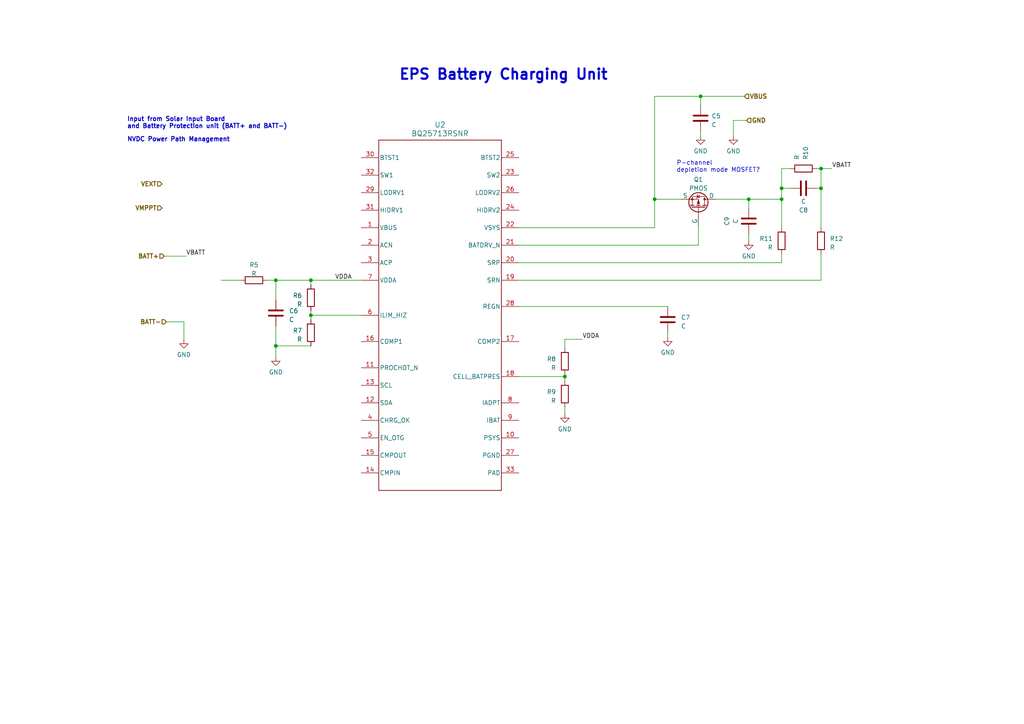
<source format=kicad_sch>
(kicad_sch (version 20230121) (generator eeschema)
  (paper "A4")
  (title_block (title "Battery Charging Unit") (date "2024-07-16") (rev "v1.0") (company "IIT Bombay Student Satellite Program") (comment 1 "Author: Ameya Marakarkandy"))
  (lib_symbols
    (symbol "Batt_Unit_BQ2713:BQ25713RSNR" (pin_names (offset 0.254))
      (property "Reference" "U" (at 0 2.54 0))
      (property "Value" "BQ25713RSNR" (at 0 0 0))
      (symbol "BQ25713RSNR_0_1"
        (polyline (pts (xy -17.78 -50.8) (xy 17.78 -50.8)) (stroke (width 0.2032)))
        (polyline (pts (xy -17.78 50.8) (xy -17.78 -50.8)) (stroke (width 0.2032)))
        (polyline (pts (xy 17.78 -50.8) (xy 17.78 50.8)) (stroke (width 0.2032)))
        (polyline (pts (xy 17.78 50.8) (xy -17.78 50.8)) (stroke (width 0.2032)))
        (pin power_in line (at -22.86 25.4 0) (length 5.08) (name "VBUS") (number "1"))
        (pin output line (at 22.86 -35.56 180) (length 5.08) (name "PSYS") (number "10"))
        (pin open_collector line (at -22.86 -15.24 0) (length 5.08) (name "PROCHOT_N") (number "11"))
        (pin bidirectional line (at -22.86 -25.4 0) (length 5.08) (name "SDA") (number "12"))
        (pin input line (at -22.86 -20.32 0) (length 5.08) (name "SCL") (number "13"))
        (pin input line (at -22.86 -45.72 0) (length 5.08) (name "CMPIN") (number "14"))
        (pin open_collector line (at -22.86 -40.64 0) (length 5.08) (name "CMPOUT") (number "15"))
        (pin input line (at -22.86 -7.62 0) (length 5.08) (name "COMP1") (number "16"))
        (pin input line (at 22.86 -7.62 180) (length 5.08) (name "COMP2") (number "17"))
        (pin input line (at 22.86 -17.78 180) (length 5.08) (name "CELL_BATPRES") (number "18"))
        (pin input line (at 22.86 10.16 180) (length 5.08) (name "SRN") (number "19"))
        (pin input line (at -22.86 20.32 0) (length 5.08) (name "ACN") (number "2"))
        (pin input line (at 22.86 15.24 180) (length 5.08) (name "SRP") (number "20"))
        (pin output line (at 22.86 20.32 180) (length 5.08) (name "BATDRV_N") (number "21"))
        (pin power_in line (at 22.86 25.4 180) (length 5.08) (name "VSYS") (number "22"))
        (pin power_in line (at 22.86 40.64 180) (length 5.08) (name "SW2") (number "23"))
        (pin output line (at 22.86 30.48 180) (length 5.08) (name "HIDRV2") (number "24"))
        (pin power_in line (at 22.86 45.72 180) (length 5.08) (name "BTST2") (number "25"))
        (pin output line (at 22.86 35.56 180) (length 5.08) (name "LODRV2") (number "26"))
        (pin power_in line (at 22.86 -40.64 180) (length 5.08) (name "PGND") (number "27"))
        (pin power_in line (at 22.86 2.54 180) (length 5.08) (name "REGN") (number "28"))
        (pin output line (at -22.86 35.56 0) (length 5.08) (name "LODRV1") (number "29"))
        (pin input line (at -22.86 15.24 0) (length 5.08) (name "ACP") (number "3"))
        (pin power_in line (at -22.86 45.72 0) (length 5.08) (name "BTST1") (number "30"))
        (pin output line (at -22.86 30.48 0) (length 5.08) (name "HIDRV1") (number "31"))
        (pin power_in line (at -22.86 40.64 0) (length 5.08) (name "SW1") (number "32"))
        (pin power_in line (at 22.86 -45.72 180) (length 5.08) (name "PAD") (number "33"))
        (pin open_collector line (at -22.86 -30.48 0) (length 5.08) (name "CHRG_OK") (number "4"))
        (pin input line (at -22.86 -35.56 0) (length 5.08) (name "EN_OTG") (number "5"))
        (pin input line (at -22.86 0 0) (length 5.08) (name "ILIM_HIZ") (number "6"))
        (pin power_in line (at -22.86 10.16 0) (length 5.08) (name "VDDA") (number "7"))
        (pin output line (at 22.86 -25.4 180) (length 5.08) (name "IADPT") (number "8"))
        (pin output line (at 22.86 -30.48 180) (length 5.08) (name "IBAT") (number "9"))
      )
    )
    (symbol "Device:C" (pin_numbers hide) (pin_names (offset 0.254))
      (property "Reference" "C" (at 0.635 2.54 0))
      (property "Value" "C" (at 0.635 -2.54 0))
      (symbol "C_0_1"
        (polyline (pts (xy -2.032 -0.762) (xy 2.032 -0.762)) (stroke (width 0.508)))
        (polyline (pts (xy -2.032 0.762) (xy 2.032 0.762)) (stroke (width 0.508)))
      )
      (symbol "C_1_1"
        (pin passive line (at 0 3.81 270) (length 2.794) (name "~") (number "1"))
        (pin passive line (at 0 -3.81 90) (length 2.794) (name "~") (number "2"))
      )
    )
    (symbol "Device:R" (pin_numbers hide) (pin_names (offset 0))
      (property "Reference" "R" (at 2.032 0 90))
      (property "Value" "R" (at 0 0 90))
      (symbol "R_0_1"
        (rectangle (start -1.016 -2.54) (end 1.016 2.54) (stroke (width 0.254)))
      )
      (symbol "R_1_1"
        (pin passive line (at 0 3.81 270) (length 1.27) (name "~") (number "1"))
        (pin passive line (at 0 -3.81 90) (length 1.27) (name "~") (number "2"))
      )
    )
    (symbol "Simulation_SPICE:PMOS" (pin_numbers hide) (pin_names (offset 0))
      (property "Reference" "Q" (at 5.08 1.27 0))
      (property "Value" "PMOS" (at 5.08 -1.27 0))
      (symbol "PMOS_0_1"
        (polyline (pts (xy 0.254 0) (xy -2.54 0)))
        (polyline (pts (xy 0.254 1.905) (xy 0.254 -1.905)) (stroke (width 0.254)))
        (polyline (pts (xy 0.762 -1.27) (xy 0.762 -2.286)) (stroke (width 0.254)))
        (polyline (pts (xy 0.762 0.508) (xy 0.762 -0.508)) (stroke (width 0.254)))
        (polyline (pts (xy 0.762 2.286) (xy 0.762 1.27)) (stroke (width 0.254)))
        (polyline (pts (xy 2.54 2.54) (xy 2.54 1.778)))
        (polyline (pts (xy 2.54 -2.54) (xy 2.54 0) (xy 0.762 0)))
        (polyline (pts (xy 0.762 1.778) (xy 3.302 1.778) (xy 3.302 -1.778) (xy 0.762 -1.778)))
        (polyline (pts (xy 2.286 0) (xy 1.27 0.381) (xy 1.27 -0.381) (xy 2.286 0)) (fill (type outline)))
        (polyline (pts (xy 2.794 -0.508) (xy 2.921 -0.381) (xy 3.683 -0.381) (xy 3.81 -0.254)))
        (polyline (pts (xy 3.302 -0.381) (xy 2.921 0.254) (xy 3.683 0.254) (xy 3.302 -0.381)))
        (circle (center 1.651 0) (radius 2.794) (stroke (width 0.254)))
        (circle (center 2.54 -1.778) (radius 0.254) (fill (type outline)))
        (circle (center 2.54 1.778) (radius 0.254) (fill (type outline)))
      )
      (symbol "PMOS_1_1"
        (pin passive line (at 2.54 5.08 270) (length 2.54) (name "D") (number "1"))
        (pin input line (at -5.08 0 0) (length 2.54) (name "G") (number "2"))
        (pin passive line (at 2.54 -5.08 90) (length 2.54) (name "S") (number "3"))
      )
    )
    (symbol "power:GND" (power) (pin_names (offset 0))
      (property "Value" "GND" (at 0 -3.81 0))
      (symbol "GND_0_1"
        (polyline (pts (xy 0 0) (xy 0 -1.27) (xy 1.27 -1.27) (xy 0 -2.54) (xy -1.27 -1.27) (xy 0 -1.27)))
      )
      (symbol "GND_1_1"
        (pin power_in line (at 0 0 270) (length 0) hide (name "GND") (number "1"))
      )
    )
  )
  (junction (at 238.125 54.61))
  (junction (at 90.17 91.44))
  (junction (at 203.2 27.94))
  (junction (at 163.83 109.22))
  (junction (at 217.17 57.785))
  (junction (at 80.01 100.33))
  (junction (at 90.17 81.28))
  (junction (at 226.695 54.61))
  (junction (at 189.865 57.785))
  (junction (at 238.125 48.895))
  (junction (at 226.695 57.785))
  (junction (at 80.01 81.28))
  (wire (pts (xy 203.2 38.1) (xy 203.2 39.37)))
  (wire (pts (xy 80.01 81.28) (xy 90.17 81.28)))
  (wire (pts (xy 53.34 93.345) (xy 53.34 98.425)))
  (wire (pts (xy 80.01 100.33) (xy 90.17 100.33)))
  (wire (pts (xy 189.865 27.94) (xy 203.2 27.94)))
  (wire (pts (xy 90.17 91.44) (xy 104.775 91.44)))
  (wire (pts (xy 163.83 109.22) (xy 163.83 110.49)))
  (wire (pts (xy 193.675 96.52) (xy 193.675 97.79)))
  (wire (pts (xy 236.855 54.61) (xy 238.125 54.61)))
  (wire (pts (xy 48.26 93.345) (xy 53.34 93.345)))
  (wire (pts (xy 226.695 48.895) (xy 226.695 54.61)))
  (wire (pts (xy 216.535 34.925) (xy 212.725 34.925)))
  (wire (pts (xy 212.725 34.925) (xy 212.725 39.37)))
  (wire (pts (xy 207.645 57.785) (xy 217.17 57.785)))
  (wire (pts (xy 189.865 57.785) (xy 197.485 57.785)))
  (wire (pts (xy 189.865 57.785) (xy 189.865 66.04)))
  (wire (pts (xy 238.125 73.66) (xy 238.125 81.28)))
  (wire (pts (xy 226.695 73.66) (xy 226.695 76.2)))
  (wire (pts (xy 90.17 90.17) (xy 90.17 91.44)))
  (wire (pts (xy 163.83 118.11) (xy 163.83 120.015)))
  (wire (pts (xy 238.125 48.895) (xy 238.125 54.61)))
  (wire (pts (xy 163.83 109.22) (xy 163.83 108.585)))
  (wire (pts (xy 226.695 57.785) (xy 226.695 66.04)))
  (wire (pts (xy 217.17 57.785) (xy 226.695 57.785)))
  (wire (pts (xy 150.495 109.22) (xy 163.83 109.22)))
  (wire (pts (xy 163.83 100.965) (xy 163.83 98.425)))
  (wire (pts (xy 189.865 57.785) (xy 189.865 27.94)))
  (wire (pts (xy 202.565 71.12) (xy 202.565 65.405)))
  (wire (pts (xy 150.495 88.9) (xy 193.675 88.9)))
  (wire (pts (xy 217.17 60.325) (xy 217.17 57.785)))
  (wire (pts (xy 238.125 48.895) (xy 241.3 48.895)))
  (wire (pts (xy 80.01 81.28) (xy 80.01 86.995)))
  (wire (pts (xy 163.83 98.425) (xy 168.91 98.425)))
  (wire (pts (xy 64.135 81.28) (xy 69.85 81.28)))
  (wire (pts (xy 150.495 71.12) (xy 202.565 71.12)))
  (wire (pts (xy 226.695 54.61) (xy 229.235 54.61)))
  (wire (pts (xy 80.01 100.33) (xy 80.01 103.505)))
  (wire (pts (xy 150.495 81.28) (xy 238.125 81.28)))
  (wire (pts (xy 226.695 54.61) (xy 226.695 57.785)))
  (wire (pts (xy 229.235 48.895) (xy 226.695 48.895)))
  (wire (pts (xy 217.17 67.945) (xy 217.17 69.85)))
  (wire (pts (xy 77.47 81.28) (xy 80.01 81.28)))
  (wire (pts (xy 150.495 66.04) (xy 189.865 66.04)))
  (wire (pts (xy 47.625 74.295) (xy 53.975 74.295)))
  (wire (pts (xy 150.495 76.2) (xy 226.695 76.2)))
  (wire (pts (xy 203.2 27.94) (xy 215.9 27.94)))
  (wire (pts (xy 203.2 27.94) (xy 203.2 30.48)))
  (wire (pts (xy 90.17 81.28) (xy 90.17 82.55)))
  (wire (pts (xy 236.855 48.895) (xy 238.125 48.895)))
  (wire (pts (xy 90.17 81.28) (xy 104.775 81.28)))
  (wire (pts (xy 238.125 54.61) (xy 238.125 66.04)))
  (wire (pts (xy 90.17 91.44) (xy 90.17 92.71)))
  (wire (pts (xy 80.01 94.615) (xy 80.01 100.33)))
  (text "Input from Solar Input Board\nand Battery Protection unit (BATT+ and BATT-)" (at 36.83 37.465 0) (effects (font (size 1.27 1.27) bold) (justify left bottom)))
  (text "EPS Battery Charging Unit" (at 115.57 23.495 0) (effects (font (size 3 3) (thickness 0.6) bold) (justify left bottom)))
  (text "P-channel\ndepletion mode MOSFET?" (at 196.215 50.165 0) (effects (font (size 1.27 1.27)) (justify left bottom)))
  (text "NVDC Power Path Management" (at 36.83 41.275 0) (effects (font (size 1.27 1.27) bold) (justify left bottom)))
  (label "VBATT" (at 53.975 74.295 0))
  (label "VDDA" (at 168.91 98.425 0))
  (label "VBATT" (at 241.3 48.895 0))
  (label "VDDA" (at 97.155 81.28 0))
  (hierarchical_label "VEXT" (shape input) (at 46.99 53.34 180) (effects (font bold)))
  (hierarchical_label "GND" (shape input) (at 216.535 34.925 0) (effects (font bold)))
  (hierarchical_label "BATT-" (shape input) (at 48.26 93.345 180) (effects (font bold)))
  (hierarchical_label "BATT+" (shape input) (at 47.625 74.295 180) (effects (font bold)))
  (hierarchical_label "VMPPT" (shape input) (at 46.99 60.325 180) (effects (font bold)))
  (hierarchical_label "VBUS" (shape input) (at 215.9 27.94 0) (effects (font bold)))
  (symbol (lib_id "Device:C") (at 80.01 90.805 0) (unit 1)
    (property "Reference" "C6" (at 83.82 90.17 0) (effects (justify left)))
    (property "Value" "C" (at 83.82 92.71 0) (effects (justify left)))
  )
  (symbol (lib_id "Device:C") (at 217.17 64.135 180) (unit 1)
    (property "Reference" "C9" (at 210.82 64.135 90))
    (property "Value" "C" (at 213.36 64.135 90))
  )
  (symbol (lib_id "Device:R") (at 90.17 96.52 0) (mirror x) (unit 1)
    (property "Reference" "R7" (at 87.63 95.885 0) (effects (justify right)))
    (property "Value" "R" (at 87.63 98.425 0) (effects (justify right)))
  )
  (symbol (lib_id "power:GND") (at 193.675 97.79 0) (unit 1)
    (property "Reference" "#PWR012" (effects hide))
    (property "Value" "GND" (at 193.675 102.235 0))
  )
  (symbol (lib_id "Device:R") (at 73.66 81.28 270) (unit 1)
    (property "Reference" "R5" (at 73.66 76.835 90))
    (property "Value" "R" (at 73.66 79.375 90))
  )
  (symbol (lib_id "power:GND") (at 163.83 120.015 0) (unit 1)
    (property "Reference" "#PWR011" (effects hide))
    (property "Value" "GND" (at 163.83 124.46 0))
  )
  (symbol (lib_id "Device:R") (at 226.695 69.85 0) (mirror x) (unit 1)
    (property "Reference" "R11" (at 224.155 69.215 0) (effects (justify right)))
    (property "Value" "R" (at 224.155 71.755 0) (effects (justify right)))
  )
  (symbol (lib_id "Simulation_SPICE:PMOS") (at 202.565 60.325 270) (mirror x) (unit 1)
    (property "Reference" "Q1" (at 202.565 52.07 90))
    (property "Value" "PMOS" (at 202.565 54.61 90))
    (property "Datasheet" "https://ngspice.sourceforge.io/docs/ngspice-manual.pdf" (effects hide))
    (property "Sim.Device" "PMOS" (effects hide))
    (property "Sim.Type" "VDMOS" (effects hide))
    (property "Sim.Pins" "1=D 2=G 3=S" (effects hide))
  )
  (symbol (lib_id "Device:R") (at 90.17 86.36 0) (mirror x) (unit 1)
    (property "Reference" "R6" (at 87.63 85.725 0) (effects (justify right)))
    (property "Value" "R" (at 87.63 88.265 0) (effects (justify right)))
  )
  (symbol (lib_id "Device:C") (at 203.2 34.29 0) (unit 1)
    (property "Reference" "C5" (at 206.375 33.655 0) (effects (justify left)))
    (property "Value" "C" (at 206.375 36.195 0) (effects (justify left)))
  )
  (symbol (lib_id "Device:C") (at 193.675 92.71 0) (unit 1)
    (property "Reference" "C7" (at 197.485 92.075 0) (effects (justify left)))
    (property "Value" "C" (at 197.485 94.615 0) (effects (justify left)))
  )
  (symbol (lib_id "Device:R") (at 233.045 48.895 90) (mirror x) (unit 1)
    (property "Reference" "R10" (at 233.68 46.355 0) (effects (justify right)))
    (property "Value" "R" (at 231.14 46.355 0) (effects (justify right)))
  )
  (symbol (lib_id "Device:C") (at 233.045 54.61 270) (unit 1)
    (property "Reference" "C8" (at 233.045 60.96 90))
    (property "Value" "C" (at 233.045 58.42 90))
  )
  (symbol (lib_id "power:GND") (at 203.2 39.37 0) (unit 1)
    (property "Reference" "#PWR07" (effects hide))
    (property "Value" "GND" (at 203.2 43.815 0))
  )
  (symbol (lib_id "Device:R") (at 163.83 114.3 0) (mirror x) (unit 1)
    (property "Reference" "R9" (at 161.29 113.665 0) (effects (justify right)))
    (property "Value" "R" (at 161.29 116.205 0) (effects (justify right)))
  )
  (symbol (lib_id "Batt_Unit_BQ2713:BQ25713RSNR") (at 127.635 91.44 0) (unit 1)
    (property "Reference" "U2" (at 127.635 36.195 0) (effects (font (size 1.524 1.524))))
    (property "Value" "BQ25713RSNR" (at 127.635 38.735 0) (effects (font (size 1.524 1.524))))
    (property "Footprint" "RSN0032B" (effects hide))
    (property "Datasheet" "BQ25713RSNR" (effects hide))
  )
  (symbol (lib_id "Device:R") (at 163.83 104.775 0) (mirror x) (unit 1)
    (property "Reference" "R8" (at 161.29 104.14 0) (effects (justify right)))
    (property "Value" "R" (at 161.29 106.68 0) (effects (justify right)))
  )
  (symbol (lib_id "power:GND") (at 53.34 98.425 0) (unit 1)
    (property "Reference" "#PWR03" (effects hide))
    (property "Value" "GND" (at 53.34 102.87 0))
  )
  (symbol (lib_id "power:GND") (at 212.725 39.37 0) (unit 1)
    (property "Reference" "#PWR08" (effects hide))
    (property "Value" "GND" (at 212.725 43.815 0))
  )
  (symbol (lib_id "power:GND") (at 217.17 69.85 0) (unit 1)
    (property "Reference" "#PWR013" (effects hide))
    (property "Value" "GND" (at 217.17 74.295 0))
  )
  (symbol (lib_id "power:GND") (at 80.01 103.505 0) (unit 1)
    (property "Reference" "#PWR010" (effects hide))
    (property "Value" "GND" (at 80.01 107.95 0))
  )
  (symbol (lib_id "Device:R") (at 238.125 69.85 180) (unit 1)
    (property "Reference" "R12" (at 240.665 69.215 0) (effects (justify right)))
    (property "Value" "R" (at 240.665 71.755 0) (effects (justify right)))
  )
)
</source>
